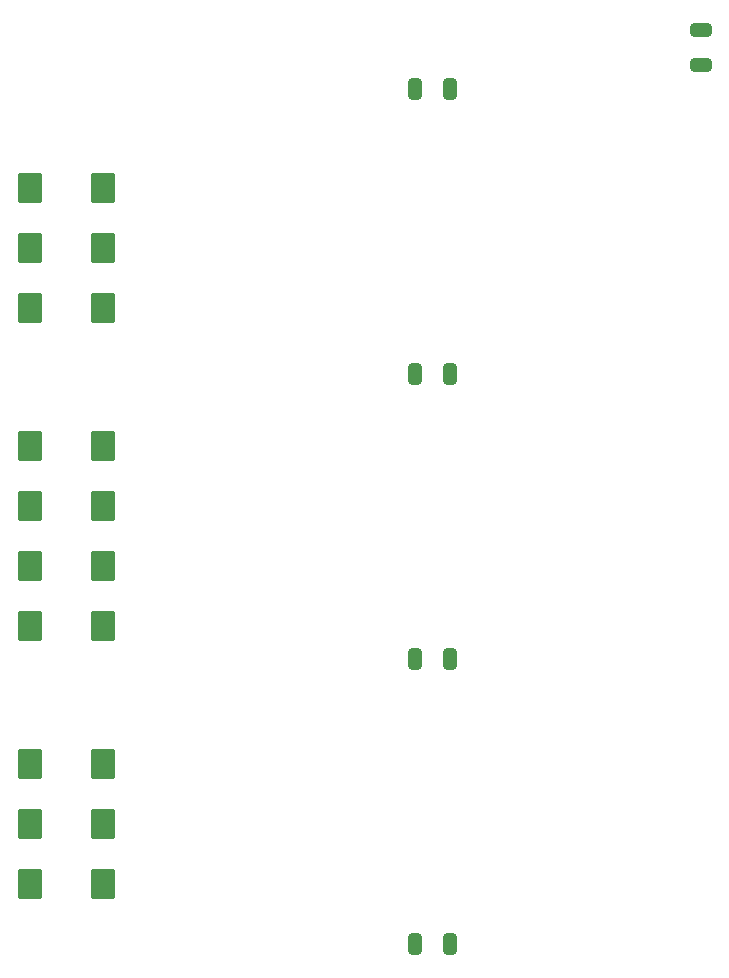
<source format=gbr>
G04 #@! TF.GenerationSoftware,KiCad,Pcbnew,7.0.1*
G04 #@! TF.CreationDate,2023-05-02T10:47:00+02:00*
G04 #@! TF.ProjectId,main,6d61696e-2e6b-4696-9361-645f70636258,rev?*
G04 #@! TF.SameCoordinates,Original*
G04 #@! TF.FileFunction,Paste,Bot*
G04 #@! TF.FilePolarity,Positive*
%FSLAX46Y46*%
G04 Gerber Fmt 4.6, Leading zero omitted, Abs format (unit mm)*
G04 Created by KiCad (PCBNEW 7.0.1) date 2023-05-02 10:47:00*
%MOMM*%
%LPD*%
G01*
G04 APERTURE LIST*
G04 Aperture macros list*
%AMRoundRect*
0 Rectangle with rounded corners*
0 $1 Rounding radius*
0 $2 $3 $4 $5 $6 $7 $8 $9 X,Y pos of 4 corners*
0 Add a 4 corners polygon primitive as box body*
4,1,4,$2,$3,$4,$5,$6,$7,$8,$9,$2,$3,0*
0 Add four circle primitives for the rounded corners*
1,1,$1+$1,$2,$3*
1,1,$1+$1,$4,$5*
1,1,$1+$1,$6,$7*
1,1,$1+$1,$8,$9*
0 Add four rect primitives between the rounded corners*
20,1,$1+$1,$2,$3,$4,$5,0*
20,1,$1+$1,$4,$5,$6,$7,0*
20,1,$1+$1,$6,$7,$8,$9,0*
20,1,$1+$1,$8,$9,$2,$3,0*%
G04 Aperture macros list end*
%ADD10RoundRect,0.250000X-0.787500X-1.025000X0.787500X-1.025000X0.787500X1.025000X-0.787500X1.025000X0*%
%ADD11RoundRect,0.250000X-0.325000X-0.650000X0.325000X-0.650000X0.325000X0.650000X-0.325000X0.650000X0*%
%ADD12RoundRect,0.250000X0.650000X-0.325000X0.650000X0.325000X-0.650000X0.325000X-0.650000X-0.325000X0*%
G04 APERTURE END LIST*
D10*
X39747500Y-65701000D03*
X45972500Y-65701000D03*
X39747500Y-70781000D03*
X45972500Y-70781000D03*
X39747500Y-75861000D03*
X45972500Y-75861000D03*
X39747500Y-87545000D03*
X45972500Y-87545000D03*
X39747500Y-92625000D03*
X45972500Y-92625000D03*
X39747500Y-97705000D03*
X45972500Y-97705000D03*
X39747500Y-102785000D03*
X45972500Y-102785000D03*
X39747500Y-114469000D03*
X45972500Y-114469000D03*
X39747500Y-119549000D03*
X45972500Y-119549000D03*
X39747500Y-124629000D03*
X45972500Y-124629000D03*
D11*
X72349000Y-57319000D03*
X75299000Y-57319000D03*
D12*
X96581000Y-55262000D03*
X96581000Y-52312000D03*
D11*
X72349000Y-81449000D03*
X75299000Y-81449000D03*
X72349000Y-105579000D03*
X75299000Y-105579000D03*
X72349000Y-129709000D03*
X75299000Y-129709000D03*
M02*

</source>
